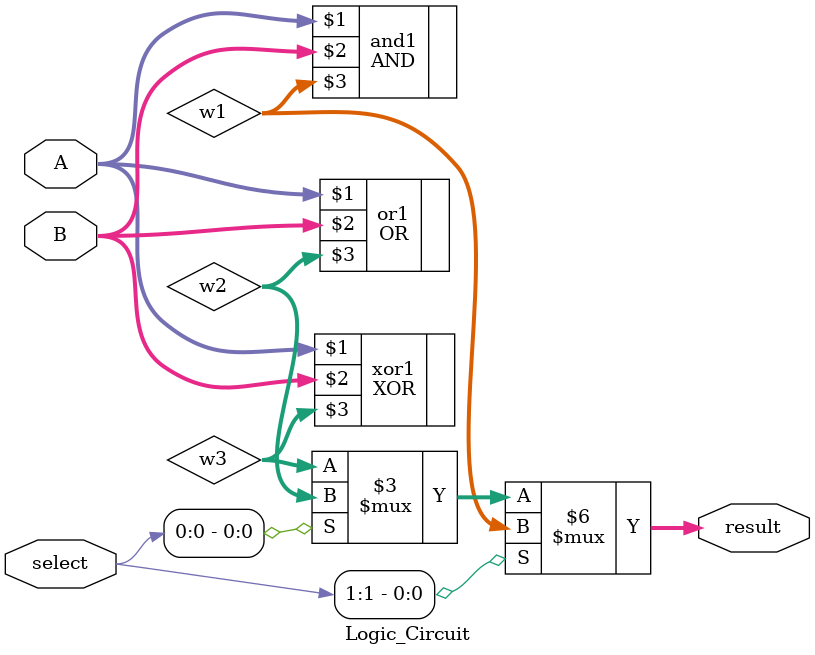
<source format=v>
`timescale 1ns / 1ps

module Logic_Circuit(

input [31:0] A,B,
input [1:0] select,
output reg [31:0] result
);
wire [31:0] w1,w2,w3;

AND and1(A,B,w1);
OR  or1(A,B,w2);
//NOT not1(A,w3);
XOR xor1(A,B,w3);

always@(A,B,select,w1,w2,w3)
    begin
        if(select[1])
		begin
			result <= w1;
		end
		
		else 
		begin
			if(select[0])
			begin
				result <=w2;
			end
			else 
			begin
				result <=w3;
			end
		end
    end
endmodule

</source>
